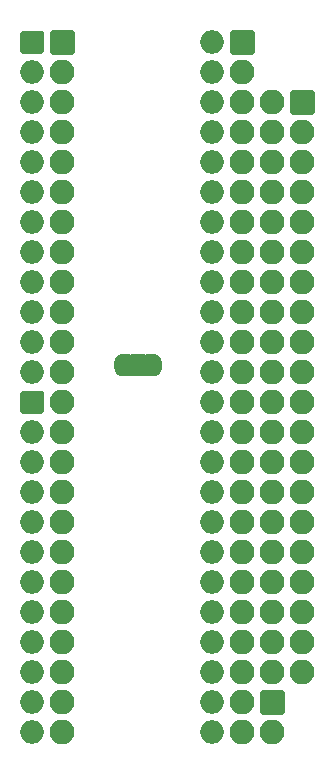
<source format=gbr>
%TF.GenerationSoftware,KiCad,Pcbnew,(5.1.8)-1*%
%TF.CreationDate,2021-02-07T10:27:01+01:00*%
%TF.ProjectId,deniseadapter,64656e69-7365-4616-9461-707465722e6b,rev?*%
%TF.SameCoordinates,Original*%
%TF.FileFunction,Soldermask,Bot*%
%TF.FilePolarity,Negative*%
%FSLAX46Y46*%
G04 Gerber Fmt 4.6, Leading zero omitted, Abs format (unit mm)*
G04 Created by KiCad (PCBNEW (5.1.8)-1) date 2021-02-07 10:27:01*
%MOMM*%
%LPD*%
G01*
G04 APERTURE LIST*
%ADD10C,0.100000*%
%ADD11O,2.100000X2.100000*%
%ADD12O,2.000000X2.000000*%
G04 APERTURE END LIST*
%TO.C,JP1*%
G36*
G01*
X126501000Y-87530200D02*
X126501000Y-89030200D01*
G75*
G02*
X126301000Y-89230200I-200000J0D01*
G01*
X125301000Y-89230200D01*
G75*
G02*
X125101000Y-89030200I0J200000D01*
G01*
X125101000Y-87530200D01*
G75*
G02*
X125301000Y-87330200I200000J0D01*
G01*
X126301000Y-87330200D01*
G75*
G02*
X126501000Y-87530200I0J-200000D01*
G01*
G37*
D10*
G36*
X124494888Y-89229598D02*
G01*
X124476466Y-89229598D01*
X124456860Y-89228635D01*
X124408029Y-89223825D01*
X124388620Y-89220946D01*
X124340495Y-89211374D01*
X124321452Y-89206604D01*
X124274497Y-89192360D01*
X124256020Y-89185749D01*
X124210687Y-89166972D01*
X124192939Y-89158577D01*
X124149666Y-89135446D01*
X124132838Y-89125360D01*
X124092039Y-89098100D01*
X124076270Y-89086405D01*
X124038341Y-89055277D01*
X124023800Y-89042097D01*
X123989103Y-89007400D01*
X123975923Y-88992859D01*
X123944795Y-88954930D01*
X123933100Y-88939161D01*
X123905840Y-88898362D01*
X123895754Y-88881534D01*
X123872623Y-88838261D01*
X123864228Y-88820513D01*
X123845451Y-88775180D01*
X123838840Y-88756703D01*
X123824596Y-88709748D01*
X123819826Y-88690705D01*
X123810254Y-88642580D01*
X123807375Y-88623171D01*
X123802565Y-88574340D01*
X123801602Y-88554734D01*
X123801602Y-88536312D01*
X123801000Y-88530200D01*
X123801000Y-88030200D01*
X123801602Y-88024088D01*
X123801602Y-88005666D01*
X123802565Y-87986060D01*
X123807375Y-87937229D01*
X123810254Y-87917820D01*
X123819826Y-87869695D01*
X123824596Y-87850652D01*
X123838840Y-87803697D01*
X123845451Y-87785220D01*
X123864228Y-87739887D01*
X123872623Y-87722139D01*
X123895754Y-87678866D01*
X123905840Y-87662038D01*
X123933100Y-87621239D01*
X123944795Y-87605470D01*
X123975923Y-87567541D01*
X123989103Y-87553000D01*
X124023800Y-87518303D01*
X124038341Y-87505123D01*
X124076270Y-87473995D01*
X124092039Y-87462300D01*
X124132838Y-87435040D01*
X124149666Y-87424954D01*
X124192939Y-87401823D01*
X124210687Y-87393428D01*
X124256020Y-87374651D01*
X124274497Y-87368040D01*
X124321452Y-87353796D01*
X124340495Y-87349026D01*
X124388620Y-87339454D01*
X124408029Y-87336575D01*
X124456860Y-87331765D01*
X124476466Y-87330802D01*
X124494888Y-87330802D01*
X124501000Y-87330200D01*
X125051000Y-87330200D01*
X125090018Y-87334043D01*
X125127537Y-87345424D01*
X125162114Y-87363906D01*
X125192421Y-87388779D01*
X125217294Y-87419086D01*
X125235776Y-87453663D01*
X125247157Y-87491182D01*
X125251000Y-87530200D01*
X125251000Y-89030200D01*
X125247157Y-89069218D01*
X125235776Y-89106737D01*
X125217294Y-89141314D01*
X125192421Y-89171621D01*
X125162114Y-89196494D01*
X125127537Y-89214976D01*
X125090018Y-89226357D01*
X125051000Y-89230200D01*
X124501000Y-89230200D01*
X124494888Y-89229598D01*
G37*
G36*
X126511982Y-89226357D02*
G01*
X126474463Y-89214976D01*
X126439886Y-89196494D01*
X126409579Y-89171621D01*
X126384706Y-89141314D01*
X126366224Y-89106737D01*
X126354843Y-89069218D01*
X126351000Y-89030200D01*
X126351000Y-87530200D01*
X126354843Y-87491182D01*
X126366224Y-87453663D01*
X126384706Y-87419086D01*
X126409579Y-87388779D01*
X126439886Y-87363906D01*
X126474463Y-87345424D01*
X126511982Y-87334043D01*
X126551000Y-87330200D01*
X127101000Y-87330200D01*
X127107112Y-87330802D01*
X127125534Y-87330802D01*
X127145140Y-87331765D01*
X127193971Y-87336575D01*
X127213380Y-87339454D01*
X127261505Y-87349026D01*
X127280548Y-87353796D01*
X127327503Y-87368040D01*
X127345980Y-87374651D01*
X127391313Y-87393428D01*
X127409061Y-87401823D01*
X127452334Y-87424954D01*
X127469162Y-87435040D01*
X127509961Y-87462300D01*
X127525730Y-87473995D01*
X127563659Y-87505123D01*
X127578200Y-87518303D01*
X127612897Y-87553000D01*
X127626077Y-87567541D01*
X127657205Y-87605470D01*
X127668900Y-87621239D01*
X127696160Y-87662038D01*
X127706246Y-87678866D01*
X127729377Y-87722139D01*
X127737772Y-87739887D01*
X127756549Y-87785220D01*
X127763160Y-87803697D01*
X127777404Y-87850652D01*
X127782174Y-87869695D01*
X127791746Y-87917820D01*
X127794625Y-87937229D01*
X127799435Y-87986060D01*
X127800398Y-88005666D01*
X127800398Y-88024088D01*
X127801000Y-88030200D01*
X127801000Y-88530200D01*
X127800398Y-88536312D01*
X127800398Y-88554734D01*
X127799435Y-88574340D01*
X127794625Y-88623171D01*
X127791746Y-88642580D01*
X127782174Y-88690705D01*
X127777404Y-88709748D01*
X127763160Y-88756703D01*
X127756549Y-88775180D01*
X127737772Y-88820513D01*
X127729377Y-88838261D01*
X127706246Y-88881534D01*
X127696160Y-88898362D01*
X127668900Y-88939161D01*
X127657205Y-88954930D01*
X127626077Y-88992859D01*
X127612897Y-89007400D01*
X127578200Y-89042097D01*
X127563659Y-89055277D01*
X127525730Y-89086405D01*
X127509961Y-89098100D01*
X127469162Y-89125360D01*
X127452334Y-89135446D01*
X127409061Y-89158577D01*
X127391313Y-89166972D01*
X127345980Y-89185749D01*
X127327503Y-89192360D01*
X127280548Y-89206604D01*
X127261505Y-89211374D01*
X127213380Y-89220946D01*
X127193971Y-89223825D01*
X127145140Y-89228635D01*
X127125534Y-89229598D01*
X127107112Y-89229598D01*
X127101000Y-89230200D01*
X126551000Y-89230200D01*
X126511982Y-89226357D01*
G37*
%TD*%
%TO.C,JMainBoard1*%
G36*
G01*
X120430000Y-60110000D02*
X120430000Y-61810000D01*
G75*
G02*
X120230000Y-62010000I-200000J0D01*
G01*
X118530000Y-62010000D01*
G75*
G02*
X118330000Y-61810000I0J200000D01*
G01*
X118330000Y-60110000D01*
G75*
G02*
X118530000Y-59910000I200000J0D01*
G01*
X120230000Y-59910000D01*
G75*
G02*
X120430000Y-60110000I0J-200000D01*
G01*
G37*
D11*
X119380000Y-63500000D03*
X119380000Y-66040000D03*
X119380000Y-68580000D03*
X119380000Y-71120000D03*
X119380000Y-73660000D03*
X119380000Y-76200000D03*
X119380000Y-78740000D03*
X119380000Y-81280000D03*
X119380000Y-83820000D03*
X119380000Y-86360000D03*
X119380000Y-88900000D03*
X119380000Y-91440000D03*
X119380000Y-93980000D03*
X119380000Y-96520000D03*
X119380000Y-99060000D03*
X119380000Y-101600000D03*
X119380000Y-104140000D03*
X119380000Y-106680000D03*
X119380000Y-109220000D03*
X119380000Y-111760000D03*
X119380000Y-114300000D03*
X119380000Y-116840000D03*
X119380000Y-119380000D03*
%TD*%
%TO.C,JRaspberryPiZero1*%
G36*
G01*
X138650000Y-66890000D02*
X138650000Y-65190000D01*
G75*
G02*
X138850000Y-64990000I200000J0D01*
G01*
X140550000Y-64990000D01*
G75*
G02*
X140750000Y-65190000I0J-200000D01*
G01*
X140750000Y-66890000D01*
G75*
G02*
X140550000Y-67090000I-200000J0D01*
G01*
X138850000Y-67090000D01*
G75*
G02*
X138650000Y-66890000I0J200000D01*
G01*
G37*
X137160000Y-66040000D03*
X139700000Y-68580000D03*
X137160000Y-68580000D03*
X139700000Y-71120000D03*
X137160000Y-71120000D03*
X139700000Y-73660000D03*
X137160000Y-73660000D03*
X139700000Y-76200000D03*
X137160000Y-76200000D03*
X139700000Y-78740000D03*
X137160000Y-78740000D03*
X139700000Y-81280000D03*
X137160000Y-81280000D03*
X139700000Y-83820000D03*
X137160000Y-83820000D03*
X139700000Y-86360000D03*
X137160000Y-86360000D03*
X139700000Y-88900000D03*
X137160000Y-88900000D03*
X139700000Y-91440000D03*
X137160000Y-91440000D03*
X139700000Y-93980000D03*
X137160000Y-93980000D03*
X139700000Y-96520000D03*
X137160000Y-96520000D03*
X139700000Y-99060000D03*
X137160000Y-99060000D03*
X139700000Y-101600000D03*
X137160000Y-101600000D03*
X139700000Y-104140000D03*
X137160000Y-104140000D03*
X139700000Y-106680000D03*
X137160000Y-106680000D03*
X139700000Y-109220000D03*
X137160000Y-109220000D03*
X139700000Y-111760000D03*
X137160000Y-111760000D03*
X139700000Y-114300000D03*
X137160000Y-114300000D03*
%TD*%
%TO.C,JMainBoard2*%
X134620000Y-119380000D03*
X134620000Y-116840000D03*
X134620000Y-114300000D03*
X134620000Y-111760000D03*
X134620000Y-109220000D03*
X134620000Y-106680000D03*
X134620000Y-104140000D03*
X134620000Y-101600000D03*
X134620000Y-99060000D03*
X134620000Y-96520000D03*
X134620000Y-93980000D03*
X134620000Y-91440000D03*
X134620000Y-88900000D03*
X134620000Y-86360000D03*
X134620000Y-83820000D03*
X134620000Y-81280000D03*
X134620000Y-78740000D03*
X134620000Y-76200000D03*
X134620000Y-73660000D03*
X134620000Y-71120000D03*
X134620000Y-68580000D03*
X134620000Y-66040000D03*
X134620000Y-63500000D03*
G36*
G01*
X135670000Y-60110000D02*
X135670000Y-61810000D01*
G75*
G02*
X135470000Y-62010000I-200000J0D01*
G01*
X133770000Y-62010000D01*
G75*
G02*
X133570000Y-61810000I0J200000D01*
G01*
X133570000Y-60110000D01*
G75*
G02*
X133770000Y-59910000I200000J0D01*
G01*
X135470000Y-59910000D01*
G75*
G02*
X135670000Y-60110000I0J-200000D01*
G01*
G37*
%TD*%
%TO.C,JDenise1*%
G36*
G01*
X115840000Y-61760000D02*
X115840000Y-60160000D01*
G75*
G02*
X116040000Y-59960000I200000J0D01*
G01*
X117640000Y-59960000D01*
G75*
G02*
X117840000Y-60160000I0J-200000D01*
G01*
X117840000Y-61760000D01*
G75*
G02*
X117640000Y-61960000I-200000J0D01*
G01*
X116040000Y-61960000D01*
G75*
G02*
X115840000Y-61760000I0J200000D01*
G01*
G37*
D12*
X132080000Y-88900000D03*
X116840000Y-63500000D03*
X132080000Y-86360000D03*
X116840000Y-66040000D03*
X132080000Y-83820000D03*
X116840000Y-68580000D03*
X132080000Y-81280000D03*
X116840000Y-71120000D03*
X132080000Y-78740000D03*
X116840000Y-73660000D03*
X132080000Y-76200000D03*
X116840000Y-76200000D03*
X132080000Y-73660000D03*
X116840000Y-78740000D03*
X132080000Y-71120000D03*
X116840000Y-81280000D03*
X132080000Y-68580000D03*
X116840000Y-83820000D03*
X132080000Y-66040000D03*
X116840000Y-86360000D03*
X132080000Y-63500000D03*
X116840000Y-88900000D03*
X132080000Y-60960000D03*
%TD*%
%TO.C,JDenise2*%
X132080000Y-91440000D03*
X116840000Y-119380000D03*
X132080000Y-93980000D03*
X116840000Y-116840000D03*
X132080000Y-96520000D03*
X116840000Y-114300000D03*
X132080000Y-99060000D03*
X116840000Y-111760000D03*
X132080000Y-101600000D03*
X116840000Y-109220000D03*
X132080000Y-104140000D03*
X116840000Y-106680000D03*
X132080000Y-106680000D03*
X116840000Y-104140000D03*
X132080000Y-109220000D03*
X116840000Y-101600000D03*
X132080000Y-111760000D03*
X116840000Y-99060000D03*
X132080000Y-114300000D03*
X116840000Y-96520000D03*
X132080000Y-116840000D03*
X116840000Y-93980000D03*
X132080000Y-119380000D03*
G36*
G01*
X115840000Y-92240000D02*
X115840000Y-90640000D01*
G75*
G02*
X116040000Y-90440000I200000J0D01*
G01*
X117640000Y-90440000D01*
G75*
G02*
X117840000Y-90640000I0J-200000D01*
G01*
X117840000Y-92240000D01*
G75*
G02*
X117640000Y-92440000I-200000J0D01*
G01*
X116040000Y-92440000D01*
G75*
G02*
X115840000Y-92240000I0J200000D01*
G01*
G37*
%TD*%
D11*
%TO.C,JButton1*%
X137160000Y-119380000D03*
G36*
G01*
X136110000Y-117690000D02*
X136110000Y-115990000D01*
G75*
G02*
X136310000Y-115790000I200000J0D01*
G01*
X138010000Y-115790000D01*
G75*
G02*
X138210000Y-115990000I0J-200000D01*
G01*
X138210000Y-117690000D01*
G75*
G02*
X138010000Y-117890000I-200000J0D01*
G01*
X136310000Y-117890000D01*
G75*
G02*
X136110000Y-117690000I0J200000D01*
G01*
G37*
%TD*%
M02*

</source>
